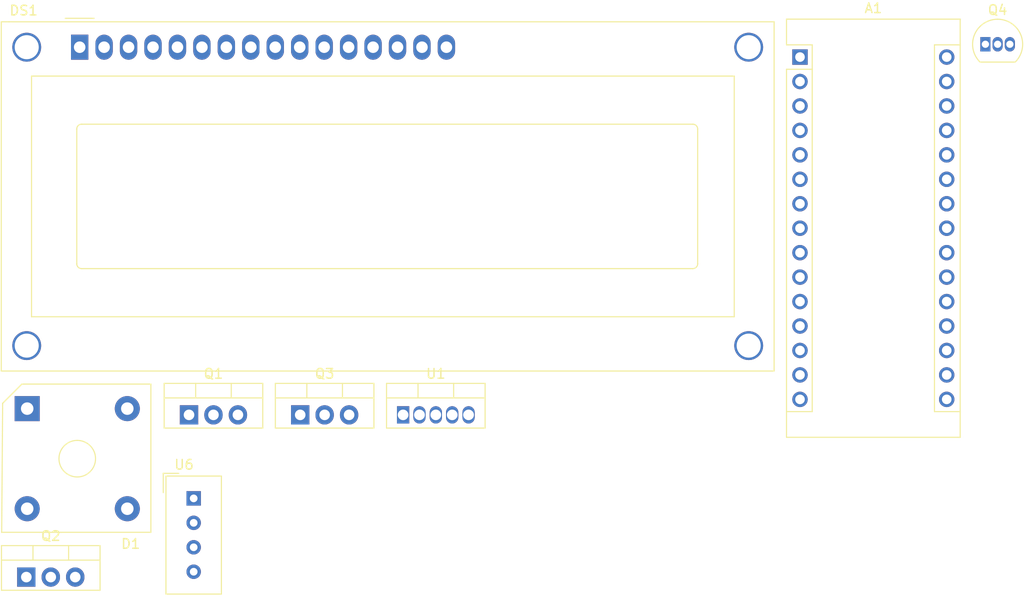
<source format=kicad_pcb>
(kicad_pcb (version 20171130) (host pcbnew "(5.1.10)-1")

  (general
    (thickness 1.6)
    (drawings 0)
    (tracks 0)
    (zones 0)
    (modules 9)
    (nets 55)
  )

  (page A4)
  (layers
    (0 F.Cu signal)
    (31 B.Cu signal)
    (32 B.Adhes user)
    (33 F.Adhes user)
    (34 B.Paste user)
    (35 F.Paste user)
    (36 B.SilkS user)
    (37 F.SilkS user)
    (38 B.Mask user)
    (39 F.Mask user)
    (40 Dwgs.User user)
    (41 Cmts.User user)
    (42 Eco1.User user)
    (43 Eco2.User user)
    (44 Edge.Cuts user)
    (45 Margin user)
    (46 B.CrtYd user)
    (47 F.CrtYd user)
    (48 B.Fab user)
    (49 F.Fab user)
  )

  (setup
    (last_trace_width 0.25)
    (trace_clearance 0.2)
    (zone_clearance 0.508)
    (zone_45_only no)
    (trace_min 0.2)
    (via_size 0.8)
    (via_drill 0.4)
    (via_min_size 0.4)
    (via_min_drill 0.3)
    (uvia_size 0.3)
    (uvia_drill 0.1)
    (uvias_allowed no)
    (uvia_min_size 0.2)
    (uvia_min_drill 0.1)
    (edge_width 0.05)
    (segment_width 0.2)
    (pcb_text_width 0.3)
    (pcb_text_size 1.5 1.5)
    (mod_edge_width 0.12)
    (mod_text_size 1 1)
    (mod_text_width 0.15)
    (pad_size 1.524 1.524)
    (pad_drill 0.762)
    (pad_to_mask_clearance 0)
    (aux_axis_origin 0 0)
    (visible_elements FFFFFF7F)
    (pcbplotparams
      (layerselection 0x010fc_ffffffff)
      (usegerberextensions false)
      (usegerberattributes true)
      (usegerberadvancedattributes true)
      (creategerberjobfile true)
      (excludeedgelayer true)
      (linewidth 0.100000)
      (plotframeref false)
      (viasonmask false)
      (mode 1)
      (useauxorigin false)
      (hpglpennumber 1)
      (hpglpenspeed 20)
      (hpglpendiameter 15.000000)
      (psnegative false)
      (psa4output false)
      (plotreference true)
      (plotvalue true)
      (plotinvisibletext false)
      (padsonsilk false)
      (subtractmaskfromsilk false)
      (outputformat 1)
      (mirror false)
      (drillshape 1)
      (scaleselection 1)
      (outputdirectory ""))
  )

  (net 0 "")
  (net 1 "Net-(A1-Pad1)")
  (net 2 "Net-(A1-Pad17)")
  (net 3 "Net-(A1-Pad2)")
  (net 4 "Net-(A1-Pad18)")
  (net 5 "Net-(A1-Pad3)")
  (net 6 "Net-(A1-Pad19)")
  (net 7 GND)
  (net 8 "Net-(A1-Pad20)")
  (net 9 /DHT)
  (net 10 "Net-(A1-Pad21)")
  (net 11 /FAN)
  (net 12 "Net-(A1-Pad22)")
  (net 13 /HEAT)
  (net 14 SDA)
  (net 15 /COOL)
  (net 16 SCL)
  (net 17 /SW_UP)
  (net 18 "Net-(A1-Pad25)")
  (net 19 /SW_DN)
  (net 20 "Net-(A1-Pad26)")
  (net 21 /SW_LT)
  (net 22 +5V)
  (net 23 /SW_RT)
  (net 24 "Net-(A1-Pad28)")
  (net 25 "Net-(A1-Pad13)")
  (net 26 "Net-(A1-Pad14)")
  (net 27 "Net-(A1-Pad30)")
  (net 28 "Net-(A1-Pad15)")
  (net 29 "Net-(A1-Pad16)")
  (net 30 /C)
  (net 31 +VDC)
  (net 32 /R)
  (net 33 "Net-(DS1-Pad3)")
  (net 34 /RS)
  (net 35 /RW)
  (net 36 /E)
  (net 37 "Net-(DS1-Pad7)")
  (net 38 "Net-(DS1-Pad8)")
  (net 39 "Net-(DS1-Pad9)")
  (net 40 "Net-(DS1-Pad10)")
  (net 41 /D4)
  (net 42 /D5)
  (net 43 /D6)
  (net 44 /D7)
  (net 45 "Net-(DS1-Pad16)")
  (net 46 "Net-(Q1-Pad3)")
  (net 47 /G)
  (net 48 /W)
  (net 49 "Net-(Q2-Pad3)")
  (net 50 /Y)
  (net 51 "Net-(Q3-Pad3)")
  (net 52 "Net-(Q4-Pad2)")
  (net 53 "Net-(D2-Pad1)")
  (net 54 "Net-(U6-Pad3)")

  (net_class Default "This is the default net class."
    (clearance 0.2)
    (trace_width 0.25)
    (via_dia 0.8)
    (via_drill 0.4)
    (uvia_dia 0.3)
    (uvia_drill 0.1)
    (add_net +5V)
    (add_net +VDC)
    (add_net /C)
    (add_net /COOL)
    (add_net /D4)
    (add_net /D5)
    (add_net /D6)
    (add_net /D7)
    (add_net /DHT)
    (add_net /E)
    (add_net /FAN)
    (add_net /G)
    (add_net /HEAT)
    (add_net /R)
    (add_net /RS)
    (add_net /RW)
    (add_net /SW_DN)
    (add_net /SW_LT)
    (add_net /SW_RT)
    (add_net /SW_UP)
    (add_net /W)
    (add_net /Y)
    (add_net GND)
    (add_net "Net-(A1-Pad1)")
    (add_net "Net-(A1-Pad13)")
    (add_net "Net-(A1-Pad14)")
    (add_net "Net-(A1-Pad15)")
    (add_net "Net-(A1-Pad16)")
    (add_net "Net-(A1-Pad17)")
    (add_net "Net-(A1-Pad18)")
    (add_net "Net-(A1-Pad19)")
    (add_net "Net-(A1-Pad2)")
    (add_net "Net-(A1-Pad20)")
    (add_net "Net-(A1-Pad21)")
    (add_net "Net-(A1-Pad22)")
    (add_net "Net-(A1-Pad25)")
    (add_net "Net-(A1-Pad26)")
    (add_net "Net-(A1-Pad28)")
    (add_net "Net-(A1-Pad3)")
    (add_net "Net-(A1-Pad30)")
    (add_net "Net-(D2-Pad1)")
    (add_net "Net-(DS1-Pad10)")
    (add_net "Net-(DS1-Pad16)")
    (add_net "Net-(DS1-Pad3)")
    (add_net "Net-(DS1-Pad7)")
    (add_net "Net-(DS1-Pad8)")
    (add_net "Net-(DS1-Pad9)")
    (add_net "Net-(Q1-Pad3)")
    (add_net "Net-(Q2-Pad3)")
    (add_net "Net-(Q3-Pad3)")
    (add_net "Net-(Q4-Pad2)")
    (add_net "Net-(U6-Pad3)")
    (add_net SCL)
    (add_net SDA)
  )

  (module Module:Arduino_Nano (layer F.Cu) (tedit 58ACAF70) (tstamp 611895A4)
    (at 115.490001 22.500001)
    (descr "Arduino Nano, http://www.mouser.com/pdfdocs/Gravitech_Arduino_Nano3_0.pdf")
    (tags "Arduino Nano")
    (path /6118DE62)
    (fp_text reference A1 (at 7.62 -5.08) (layer F.SilkS)
      (effects (font (size 1 1) (thickness 0.15)))
    )
    (fp_text value Arduino_Nano_v3.x (at 8.89 19.05 90) (layer F.Fab)
      (effects (font (size 1 1) (thickness 0.15)))
    )
    (fp_line (start 16.75 42.16) (end -1.53 42.16) (layer F.CrtYd) (width 0.05))
    (fp_line (start 16.75 42.16) (end 16.75 -4.06) (layer F.CrtYd) (width 0.05))
    (fp_line (start -1.53 -4.06) (end -1.53 42.16) (layer F.CrtYd) (width 0.05))
    (fp_line (start -1.53 -4.06) (end 16.75 -4.06) (layer F.CrtYd) (width 0.05))
    (fp_line (start 16.51 -3.81) (end 16.51 39.37) (layer F.Fab) (width 0.1))
    (fp_line (start 0 -3.81) (end 16.51 -3.81) (layer F.Fab) (width 0.1))
    (fp_line (start -1.27 -2.54) (end 0 -3.81) (layer F.Fab) (width 0.1))
    (fp_line (start -1.27 39.37) (end -1.27 -2.54) (layer F.Fab) (width 0.1))
    (fp_line (start 16.51 39.37) (end -1.27 39.37) (layer F.Fab) (width 0.1))
    (fp_line (start 16.64 -3.94) (end -1.4 -3.94) (layer F.SilkS) (width 0.12))
    (fp_line (start 16.64 39.5) (end 16.64 -3.94) (layer F.SilkS) (width 0.12))
    (fp_line (start -1.4 39.5) (end 16.64 39.5) (layer F.SilkS) (width 0.12))
    (fp_line (start 3.81 41.91) (end 3.81 31.75) (layer F.Fab) (width 0.1))
    (fp_line (start 11.43 41.91) (end 3.81 41.91) (layer F.Fab) (width 0.1))
    (fp_line (start 11.43 31.75) (end 11.43 41.91) (layer F.Fab) (width 0.1))
    (fp_line (start 3.81 31.75) (end 11.43 31.75) (layer F.Fab) (width 0.1))
    (fp_line (start 1.27 36.83) (end -1.4 36.83) (layer F.SilkS) (width 0.12))
    (fp_line (start 1.27 1.27) (end 1.27 36.83) (layer F.SilkS) (width 0.12))
    (fp_line (start 1.27 1.27) (end -1.4 1.27) (layer F.SilkS) (width 0.12))
    (fp_line (start 13.97 36.83) (end 16.64 36.83) (layer F.SilkS) (width 0.12))
    (fp_line (start 13.97 -1.27) (end 13.97 36.83) (layer F.SilkS) (width 0.12))
    (fp_line (start 13.97 -1.27) (end 16.64 -1.27) (layer F.SilkS) (width 0.12))
    (fp_line (start -1.4 -3.94) (end -1.4 -1.27) (layer F.SilkS) (width 0.12))
    (fp_line (start -1.4 1.27) (end -1.4 39.5) (layer F.SilkS) (width 0.12))
    (fp_line (start 1.27 -1.27) (end -1.4 -1.27) (layer F.SilkS) (width 0.12))
    (fp_line (start 1.27 1.27) (end 1.27 -1.27) (layer F.SilkS) (width 0.12))
    (fp_text user %R (at 6.35 19.05 90) (layer F.Fab)
      (effects (font (size 1 1) (thickness 0.15)))
    )
    (pad 1 thru_hole rect (at 0 0) (size 1.6 1.6) (drill 1) (layers *.Cu *.Mask)
      (net 1 "Net-(A1-Pad1)"))
    (pad 17 thru_hole oval (at 15.24 33.02) (size 1.6 1.6) (drill 1) (layers *.Cu *.Mask)
      (net 2 "Net-(A1-Pad17)"))
    (pad 2 thru_hole oval (at 0 2.54) (size 1.6 1.6) (drill 1) (layers *.Cu *.Mask)
      (net 3 "Net-(A1-Pad2)"))
    (pad 18 thru_hole oval (at 15.24 30.48) (size 1.6 1.6) (drill 1) (layers *.Cu *.Mask)
      (net 4 "Net-(A1-Pad18)"))
    (pad 3 thru_hole oval (at 0 5.08) (size 1.6 1.6) (drill 1) (layers *.Cu *.Mask)
      (net 5 "Net-(A1-Pad3)"))
    (pad 19 thru_hole oval (at 15.24 27.94) (size 1.6 1.6) (drill 1) (layers *.Cu *.Mask)
      (net 6 "Net-(A1-Pad19)"))
    (pad 4 thru_hole oval (at 0 7.62) (size 1.6 1.6) (drill 1) (layers *.Cu *.Mask)
      (net 7 GND))
    (pad 20 thru_hole oval (at 15.24 25.4) (size 1.6 1.6) (drill 1) (layers *.Cu *.Mask)
      (net 8 "Net-(A1-Pad20)"))
    (pad 5 thru_hole oval (at 0 10.16) (size 1.6 1.6) (drill 1) (layers *.Cu *.Mask)
      (net 9 /DHT))
    (pad 21 thru_hole oval (at 15.24 22.86) (size 1.6 1.6) (drill 1) (layers *.Cu *.Mask)
      (net 10 "Net-(A1-Pad21)"))
    (pad 6 thru_hole oval (at 0 12.7) (size 1.6 1.6) (drill 1) (layers *.Cu *.Mask)
      (net 11 /FAN))
    (pad 22 thru_hole oval (at 15.24 20.32) (size 1.6 1.6) (drill 1) (layers *.Cu *.Mask)
      (net 12 "Net-(A1-Pad22)"))
    (pad 7 thru_hole oval (at 0 15.24) (size 1.6 1.6) (drill 1) (layers *.Cu *.Mask)
      (net 13 /HEAT))
    (pad 23 thru_hole oval (at 15.24 17.78) (size 1.6 1.6) (drill 1) (layers *.Cu *.Mask)
      (net 14 SDA))
    (pad 8 thru_hole oval (at 0 17.78) (size 1.6 1.6) (drill 1) (layers *.Cu *.Mask)
      (net 15 /COOL))
    (pad 24 thru_hole oval (at 15.24 15.24) (size 1.6 1.6) (drill 1) (layers *.Cu *.Mask)
      (net 16 SCL))
    (pad 9 thru_hole oval (at 0 20.32) (size 1.6 1.6) (drill 1) (layers *.Cu *.Mask)
      (net 17 /SW_UP))
    (pad 25 thru_hole oval (at 15.24 12.7) (size 1.6 1.6) (drill 1) (layers *.Cu *.Mask)
      (net 18 "Net-(A1-Pad25)"))
    (pad 10 thru_hole oval (at 0 22.86) (size 1.6 1.6) (drill 1) (layers *.Cu *.Mask)
      (net 19 /SW_DN))
    (pad 26 thru_hole oval (at 15.24 10.16) (size 1.6 1.6) (drill 1) (layers *.Cu *.Mask)
      (net 20 "Net-(A1-Pad26)"))
    (pad 11 thru_hole oval (at 0 25.4) (size 1.6 1.6) (drill 1) (layers *.Cu *.Mask)
      (net 21 /SW_LT))
    (pad 27 thru_hole oval (at 15.24 7.62) (size 1.6 1.6) (drill 1) (layers *.Cu *.Mask)
      (net 22 +5V))
    (pad 12 thru_hole oval (at 0 27.94) (size 1.6 1.6) (drill 1) (layers *.Cu *.Mask)
      (net 23 /SW_RT))
    (pad 28 thru_hole oval (at 15.24 5.08) (size 1.6 1.6) (drill 1) (layers *.Cu *.Mask)
      (net 24 "Net-(A1-Pad28)"))
    (pad 13 thru_hole oval (at 0 30.48) (size 1.6 1.6) (drill 1) (layers *.Cu *.Mask)
      (net 25 "Net-(A1-Pad13)"))
    (pad 29 thru_hole oval (at 15.24 2.54) (size 1.6 1.6) (drill 1) (layers *.Cu *.Mask)
      (net 7 GND))
    (pad 14 thru_hole oval (at 0 33.02) (size 1.6 1.6) (drill 1) (layers *.Cu *.Mask)
      (net 26 "Net-(A1-Pad14)"))
    (pad 30 thru_hole oval (at 15.24 0) (size 1.6 1.6) (drill 1) (layers *.Cu *.Mask)
      (net 27 "Net-(A1-Pad30)"))
    (pad 15 thru_hole oval (at 0 35.56) (size 1.6 1.6) (drill 1) (layers *.Cu *.Mask)
      (net 28 "Net-(A1-Pad15)"))
    (pad 16 thru_hole oval (at 15.24 35.56) (size 1.6 1.6) (drill 1) (layers *.Cu *.Mask)
      (net 29 "Net-(A1-Pad16)"))
    (model ${KISYS3DMOD}/Module.3dshapes/Arduino_Nano_WithMountingHoles.wrl
      (at (xyz 0 0 0))
      (scale (xyz 1 1 1))
      (rotate (xyz 0 0 0))
    )
  )

  (module Diode_THT:Diode_Bridge_Vishay_KBPC6 (layer F.Cu) (tedit 5A638B70) (tstamp 611895BD)
    (at 35.210001 59.020001)
    (descr "Single phase bridge rectifier case KBPC6, see http://www.vishay.com/docs/93585/vs-kbpc1series.pdf")
    (tags "Diode Bridge")
    (path /6117A94D)
    (fp_text reference D1 (at 10.75 14.05 180) (layer F.SilkS)
      (effects (font (size 1 1) (thickness 0.15)))
    )
    (fp_text value VS-KBPC802 (at 6 -3.7 180) (layer F.Fab)
      (effects (font (size 1 1) (thickness 0.15)))
    )
    (fp_line (start -2.5 -0.5) (end -0.5 -2.5) (layer F.Fab) (width 0.12))
    (fp_line (start -0.5 -2.5) (end 12.8 -2.5) (layer F.Fab) (width 0.12))
    (fp_line (start 12.8 -2.5) (end 12.8 12.8) (layer F.Fab) (width 0.12))
    (fp_line (start 12.8 12.8) (end -2.55 12.8) (layer F.Fab) (width 0.12))
    (fp_line (start -2.55 12.8) (end -2.5 -0.5) (layer F.Fab) (width 0.12))
    (fp_line (start 12.85 -2.55) (end -0.55 -2.55) (layer F.SilkS) (width 0.12))
    (fp_line (start -0.55 -2.55) (end -2.55 -0.55) (layer F.SilkS) (width 0.12))
    (fp_line (start -2.55 -0.55) (end -2.65 12.85) (layer F.SilkS) (width 0.12))
    (fp_line (start -2.65 12.85) (end 12.85 12.85) (layer F.SilkS) (width 0.12))
    (fp_line (start 12.85 12.85) (end 12.85 -2.55) (layer F.SilkS) (width 0.12))
    (fp_line (start 13.05 -2.75) (end 13.05 13.05) (layer F.CrtYd) (width 0.05))
    (fp_line (start 13.05 13.05) (end -2.8 13.05) (layer F.CrtYd) (width 0.05))
    (fp_line (start -2.8 13.05) (end -2.75 -0.65) (layer F.CrtYd) (width 0.05))
    (fp_line (start -2.75 -0.65) (end -0.65 -2.75) (layer F.CrtYd) (width 0.05))
    (fp_line (start -0.65 -2.75) (end 13.05 -2.75) (layer F.CrtYd) (width 0.05))
    (fp_circle (center 5.2 5.2) (end 5.2 7.1) (layer F.SilkS) (width 0.12))
    (fp_text user %R (at 5.2 5.415 180) (layer F.Fab)
      (effects (font (size 1 1) (thickness 0.15)))
    )
    (pad 3 thru_hole circle (at 10.4 10.4) (size 2.6 2.6) (drill 1.3) (layers *.Cu *.Mask)
      (net 7 GND))
    (pad 4 thru_hole circle (at 10.4 0) (size 2.6 2.6) (drill 1.3) (layers *.Cu *.Mask)
      (net 30 /C))
    (pad 1 thru_hole rect (at 0 0) (size 2.6 2.6) (drill 1.3) (layers *.Cu *.Mask)
      (net 31 +VDC))
    (pad 2 thru_hole circle (at 0 10.4) (size 2.6 2.6) (drill 1.3) (layers *.Cu *.Mask)
      (net 32 /R))
    (model ${KISYS3DMOD}/Diode_THT.3dshapes/Diode_Bridge_Vishay_KBPC6.wrl
      (at (xyz 0 0 0))
      (scale (xyz 1 1 1))
      (rotate (xyz 0 0 0))
    )
  )

  (module Display:WC1602A (layer F.Cu) (tedit 5A02FE80) (tstamp 611895F3)
    (at 40.660001 21.475001)
    (descr "LCD 16x2 http://www.wincomlcd.com/pdf/WC1602A-SFYLYHTC06.pdf")
    (tags "LCD 16x2 Alphanumeric 16pin")
    (path /61193DC1)
    (fp_text reference DS1 (at -5.82 -3.81) (layer F.SilkS)
      (effects (font (size 1 1) (thickness 0.15)))
    )
    (fp_text value WC1602A (at -4.31 34.66) (layer F.Fab)
      (effects (font (size 1 1) (thickness 0.15)))
    )
    (fp_line (start -8 33.5) (end -8 -2.5) (layer F.Fab) (width 0.1))
    (fp_line (start 72 33.5) (end -8 33.5) (layer F.Fab) (width 0.1))
    (fp_line (start 72 -2.5) (end 72 33.5) (layer F.Fab) (width 0.1))
    (fp_line (start 1 -2.5) (end 72 -2.5) (layer F.Fab) (width 0.1))
    (fp_line (start -5 28) (end -5 3) (layer F.SilkS) (width 0.12))
    (fp_line (start 68 28) (end -5 28) (layer F.SilkS) (width 0.12))
    (fp_line (start 68 3) (end 68 28) (layer F.SilkS) (width 0.12))
    (fp_line (start -5 3) (end 68 3) (layer F.SilkS) (width 0.12))
    (fp_line (start 64.2 8.5) (end 64.2 22.5) (layer F.SilkS) (width 0.12))
    (fp_line (start 63.70066 23) (end 0.2 23) (layer F.SilkS) (width 0.12))
    (fp_line (start -0.29972 22.49932) (end -0.29972 8.5) (layer F.SilkS) (width 0.12))
    (fp_line (start 0.2 8) (end 63.7 8) (layer F.SilkS) (width 0.12))
    (fp_line (start -1 -2.5) (end -8 -2.5) (layer F.Fab) (width 0.1))
    (fp_line (start 0 -1.5) (end -1 -2.5) (layer F.Fab) (width 0.1))
    (fp_line (start 1 -2.5) (end 0 -1.5) (layer F.Fab) (width 0.1))
    (fp_line (start -8.25 -2.75) (end 72.25 -2.75) (layer F.CrtYd) (width 0.05))
    (fp_line (start -1.5 -3) (end 1.5 -3) (layer F.SilkS) (width 0.12))
    (fp_line (start 72.25 -2.75) (end 72.25 33.75) (layer F.CrtYd) (width 0.05))
    (fp_line (start -8.25 33.75) (end 72.25 33.75) (layer F.CrtYd) (width 0.05))
    (fp_line (start -8.25 -2.75) (end -8.25 33.75) (layer F.CrtYd) (width 0.05))
    (fp_line (start -8.13 -2.64) (end -7.34 -2.64) (layer F.SilkS) (width 0.12))
    (fp_line (start -8.14 -2.64) (end -8.14 33.64) (layer F.SilkS) (width 0.12))
    (fp_line (start 72.14 -2.64) (end -7.34 -2.64) (layer F.SilkS) (width 0.12))
    (fp_line (start 72.14 33.64) (end 72.14 -2.64) (layer F.SilkS) (width 0.12))
    (fp_line (start -8.14 33.64) (end 72.14 33.64) (layer F.SilkS) (width 0.12))
    (fp_text user %R (at 30.37 14.74) (layer F.Fab)
      (effects (font (size 1 1) (thickness 0.1)))
    )
    (fp_arc (start 63.7 8.5) (end 63.7 8) (angle 90) (layer F.SilkS) (width 0.12))
    (fp_arc (start 63.70066 22.49932) (end 64.20104 22.49932) (angle 90) (layer F.SilkS) (width 0.12))
    (fp_arc (start 0.20066 22.49932) (end 0.20066 22.9997) (angle 90) (layer F.SilkS) (width 0.12))
    (fp_arc (start 0.20066 8.49884) (end -0.29972 8.49884) (angle 90) (layer F.SilkS) (width 0.12))
    (pad 1 thru_hole rect (at 0 0) (size 1.8 2.6) (drill 1.2) (layers *.Cu *.Mask)
      (net 7 GND))
    (pad 2 thru_hole oval (at 2.54 0) (size 1.8 2.6) (drill 1.2) (layers *.Cu *.Mask)
      (net 22 +5V))
    (pad 3 thru_hole oval (at 5.08 0) (size 1.8 2.6) (drill 1.2) (layers *.Cu *.Mask)
      (net 33 "Net-(DS1-Pad3)"))
    (pad 4 thru_hole oval (at 7.62 0) (size 1.8 2.6) (drill 1.2) (layers *.Cu *.Mask)
      (net 34 /RS))
    (pad 5 thru_hole oval (at 10.16 0) (size 1.8 2.6) (drill 1.2) (layers *.Cu *.Mask)
      (net 35 /RW))
    (pad 6 thru_hole oval (at 12.7 0) (size 1.8 2.6) (drill 1.2) (layers *.Cu *.Mask)
      (net 36 /E))
    (pad 7 thru_hole oval (at 15.24 0) (size 1.8 2.6) (drill 1.2) (layers *.Cu *.Mask)
      (net 37 "Net-(DS1-Pad7)"))
    (pad 8 thru_hole oval (at 17.78 0) (size 1.8 2.6) (drill 1.2) (layers *.Cu *.Mask)
      (net 38 "Net-(DS1-Pad8)"))
    (pad 9 thru_hole oval (at 20.32 0) (size 1.8 2.6) (drill 1.2) (layers *.Cu *.Mask)
      (net 39 "Net-(DS1-Pad9)"))
    (pad 10 thru_hole oval (at 22.86 0) (size 1.8 2.6) (drill 1.2) (layers *.Cu *.Mask)
      (net 40 "Net-(DS1-Pad10)"))
    (pad 11 thru_hole oval (at 25.4 0) (size 1.8 2.6) (drill 1.2) (layers *.Cu *.Mask)
      (net 41 /D4))
    (pad 12 thru_hole oval (at 27.94 0) (size 1.8 2.6) (drill 1.2) (layers *.Cu *.Mask)
      (net 42 /D5))
    (pad 13 thru_hole oval (at 30.48 0) (size 1.8 2.6) (drill 1.2) (layers *.Cu *.Mask)
      (net 43 /D6))
    (pad 14 thru_hole oval (at 33.02 0) (size 1.8 2.6) (drill 1.2) (layers *.Cu *.Mask)
      (net 44 /D7))
    (pad 15 thru_hole oval (at 35.56 0) (size 1.8 2.6) (drill 1.2) (layers *.Cu *.Mask)
      (net 22 +5V))
    (pad 16 thru_hole oval (at 38.1 0) (size 1.8 2.6) (drill 1.2) (layers *.Cu *.Mask)
      (net 45 "Net-(DS1-Pad16)"))
    (pad "" thru_hole circle (at -5.4991 0) (size 3 3) (drill 2.5) (layers *.Cu *.Mask))
    (pad "" thru_hole circle (at -5.4991 31.0007) (size 3 3) (drill 2.5) (layers *.Cu *.Mask))
    (pad "" thru_hole circle (at 69.49948 31.0007) (size 3 3) (drill 2.5) (layers *.Cu *.Mask))
    (pad "" thru_hole circle (at 69.5 0) (size 3 3) (drill 2.5) (layers *.Cu *.Mask))
    (model ${KISYS3DMOD}/Display.3dshapes/WC1602A.wrl
      (at (xyz 0 0 0))
      (scale (xyz 1 1 1))
      (rotate (xyz 0 0 0))
    )
  )

  (module Package_TO_SOT_THT:TO-220-3_Vertical (layer F.Cu) (tedit 5AC8BA0D) (tstamp 6118960D)
    (at 52.020001 59.670001)
    (descr "TO-220-3, Vertical, RM 2.54mm, see https://www.vishay.com/docs/66542/to-220-1.pdf")
    (tags "TO-220-3 Vertical RM 2.54mm")
    (path /61267A95)
    (fp_text reference Q1 (at 2.54 -4.27) (layer F.SilkS)
      (effects (font (size 1 1) (thickness 0.15)))
    )
    (fp_text value BT138-600 (at 2.54 2.5) (layer F.Fab)
      (effects (font (size 1 1) (thickness 0.15)))
    )
    (fp_text user %R (at 2.54 -4.27) (layer F.Fab)
      (effects (font (size 1 1) (thickness 0.15)))
    )
    (fp_line (start -2.46 -3.15) (end -2.46 1.25) (layer F.Fab) (width 0.1))
    (fp_line (start -2.46 1.25) (end 7.54 1.25) (layer F.Fab) (width 0.1))
    (fp_line (start 7.54 1.25) (end 7.54 -3.15) (layer F.Fab) (width 0.1))
    (fp_line (start 7.54 -3.15) (end -2.46 -3.15) (layer F.Fab) (width 0.1))
    (fp_line (start -2.46 -1.88) (end 7.54 -1.88) (layer F.Fab) (width 0.1))
    (fp_line (start 0.69 -3.15) (end 0.69 -1.88) (layer F.Fab) (width 0.1))
    (fp_line (start 4.39 -3.15) (end 4.39 -1.88) (layer F.Fab) (width 0.1))
    (fp_line (start -2.58 -3.27) (end 7.66 -3.27) (layer F.SilkS) (width 0.12))
    (fp_line (start -2.58 1.371) (end 7.66 1.371) (layer F.SilkS) (width 0.12))
    (fp_line (start -2.58 -3.27) (end -2.58 1.371) (layer F.SilkS) (width 0.12))
    (fp_line (start 7.66 -3.27) (end 7.66 1.371) (layer F.SilkS) (width 0.12))
    (fp_line (start -2.58 -1.76) (end 7.66 -1.76) (layer F.SilkS) (width 0.12))
    (fp_line (start 0.69 -3.27) (end 0.69 -1.76) (layer F.SilkS) (width 0.12))
    (fp_line (start 4.391 -3.27) (end 4.391 -1.76) (layer F.SilkS) (width 0.12))
    (fp_line (start -2.71 -3.4) (end -2.71 1.51) (layer F.CrtYd) (width 0.05))
    (fp_line (start -2.71 1.51) (end 7.79 1.51) (layer F.CrtYd) (width 0.05))
    (fp_line (start 7.79 1.51) (end 7.79 -3.4) (layer F.CrtYd) (width 0.05))
    (fp_line (start 7.79 -3.4) (end -2.71 -3.4) (layer F.CrtYd) (width 0.05))
    (pad 3 thru_hole oval (at 5.08 0) (size 1.905 2) (drill 1.1) (layers *.Cu *.Mask)
      (net 46 "Net-(Q1-Pad3)"))
    (pad 2 thru_hole oval (at 2.54 0) (size 1.905 2) (drill 1.1) (layers *.Cu *.Mask)
      (net 47 /G))
    (pad 1 thru_hole rect (at 0 0) (size 1.905 2) (drill 1.1) (layers *.Cu *.Mask)
      (net 32 /R))
    (model ${KISYS3DMOD}/Package_TO_SOT_THT.3dshapes/TO-220-3_Vertical.wrl
      (at (xyz 0 0 0))
      (scale (xyz 1 1 1))
      (rotate (xyz 0 0 0))
    )
  )

  (module Package_TO_SOT_THT:TO-220-3_Vertical (layer F.Cu) (tedit 5AC8BA0D) (tstamp 61189627)
    (at 35.120001 76.520001)
    (descr "TO-220-3, Vertical, RM 2.54mm, see https://www.vishay.com/docs/66542/to-220-1.pdf")
    (tags "TO-220-3 Vertical RM 2.54mm")
    (path /61260B5F)
    (fp_text reference Q2 (at 2.54 -4.27) (layer F.SilkS)
      (effects (font (size 1 1) (thickness 0.15)))
    )
    (fp_text value BT138-600 (at 2.54 2.5) (layer F.Fab)
      (effects (font (size 1 1) (thickness 0.15)))
    )
    (fp_line (start 7.79 -3.4) (end -2.71 -3.4) (layer F.CrtYd) (width 0.05))
    (fp_line (start 7.79 1.51) (end 7.79 -3.4) (layer F.CrtYd) (width 0.05))
    (fp_line (start -2.71 1.51) (end 7.79 1.51) (layer F.CrtYd) (width 0.05))
    (fp_line (start -2.71 -3.4) (end -2.71 1.51) (layer F.CrtYd) (width 0.05))
    (fp_line (start 4.391 -3.27) (end 4.391 -1.76) (layer F.SilkS) (width 0.12))
    (fp_line (start 0.69 -3.27) (end 0.69 -1.76) (layer F.SilkS) (width 0.12))
    (fp_line (start -2.58 -1.76) (end 7.66 -1.76) (layer F.SilkS) (width 0.12))
    (fp_line (start 7.66 -3.27) (end 7.66 1.371) (layer F.SilkS) (width 0.12))
    (fp_line (start -2.58 -3.27) (end -2.58 1.371) (layer F.SilkS) (width 0.12))
    (fp_line (start -2.58 1.371) (end 7.66 1.371) (layer F.SilkS) (width 0.12))
    (fp_line (start -2.58 -3.27) (end 7.66 -3.27) (layer F.SilkS) (width 0.12))
    (fp_line (start 4.39 -3.15) (end 4.39 -1.88) (layer F.Fab) (width 0.1))
    (fp_line (start 0.69 -3.15) (end 0.69 -1.88) (layer F.Fab) (width 0.1))
    (fp_line (start -2.46 -1.88) (end 7.54 -1.88) (layer F.Fab) (width 0.1))
    (fp_line (start 7.54 -3.15) (end -2.46 -3.15) (layer F.Fab) (width 0.1))
    (fp_line (start 7.54 1.25) (end 7.54 -3.15) (layer F.Fab) (width 0.1))
    (fp_line (start -2.46 1.25) (end 7.54 1.25) (layer F.Fab) (width 0.1))
    (fp_line (start -2.46 -3.15) (end -2.46 1.25) (layer F.Fab) (width 0.1))
    (fp_text user %R (at 2.54 -4.27) (layer F.Fab)
      (effects (font (size 1 1) (thickness 0.15)))
    )
    (pad 1 thru_hole rect (at 0 0) (size 1.905 2) (drill 1.1) (layers *.Cu *.Mask)
      (net 32 /R))
    (pad 2 thru_hole oval (at 2.54 0) (size 1.905 2) (drill 1.1) (layers *.Cu *.Mask)
      (net 48 /W))
    (pad 3 thru_hole oval (at 5.08 0) (size 1.905 2) (drill 1.1) (layers *.Cu *.Mask)
      (net 49 "Net-(Q2-Pad3)"))
    (model ${KISYS3DMOD}/Package_TO_SOT_THT.3dshapes/TO-220-3_Vertical.wrl
      (at (xyz 0 0 0))
      (scale (xyz 1 1 1))
      (rotate (xyz 0 0 0))
    )
  )

  (module Package_TO_SOT_THT:TO-220-3_Vertical (layer F.Cu) (tedit 5AC8BA0D) (tstamp 61189641)
    (at 63.570001 59.670001)
    (descr "TO-220-3, Vertical, RM 2.54mm, see https://www.vishay.com/docs/66542/to-220-1.pdf")
    (tags "TO-220-3 Vertical RM 2.54mm")
    (path /611D9241)
    (fp_text reference Q3 (at 2.54 -4.27) (layer F.SilkS)
      (effects (font (size 1 1) (thickness 0.15)))
    )
    (fp_text value BT138-600 (at 2.54 2.5) (layer F.Fab)
      (effects (font (size 1 1) (thickness 0.15)))
    )
    (fp_line (start 7.79 -3.4) (end -2.71 -3.4) (layer F.CrtYd) (width 0.05))
    (fp_line (start 7.79 1.51) (end 7.79 -3.4) (layer F.CrtYd) (width 0.05))
    (fp_line (start -2.71 1.51) (end 7.79 1.51) (layer F.CrtYd) (width 0.05))
    (fp_line (start -2.71 -3.4) (end -2.71 1.51) (layer F.CrtYd) (width 0.05))
    (fp_line (start 4.391 -3.27) (end 4.391 -1.76) (layer F.SilkS) (width 0.12))
    (fp_line (start 0.69 -3.27) (end 0.69 -1.76) (layer F.SilkS) (width 0.12))
    (fp_line (start -2.58 -1.76) (end 7.66 -1.76) (layer F.SilkS) (width 0.12))
    (fp_line (start 7.66 -3.27) (end 7.66 1.371) (layer F.SilkS) (width 0.12))
    (fp_line (start -2.58 -3.27) (end -2.58 1.371) (layer F.SilkS) (width 0.12))
    (fp_line (start -2.58 1.371) (end 7.66 1.371) (layer F.SilkS) (width 0.12))
    (fp_line (start -2.58 -3.27) (end 7.66 -3.27) (layer F.SilkS) (width 0.12))
    (fp_line (start 4.39 -3.15) (end 4.39 -1.88) (layer F.Fab) (width 0.1))
    (fp_line (start 0.69 -3.15) (end 0.69 -1.88) (layer F.Fab) (width 0.1))
    (fp_line (start -2.46 -1.88) (end 7.54 -1.88) (layer F.Fab) (width 0.1))
    (fp_line (start 7.54 -3.15) (end -2.46 -3.15) (layer F.Fab) (width 0.1))
    (fp_line (start 7.54 1.25) (end 7.54 -3.15) (layer F.Fab) (width 0.1))
    (fp_line (start -2.46 1.25) (end 7.54 1.25) (layer F.Fab) (width 0.1))
    (fp_line (start -2.46 -3.15) (end -2.46 1.25) (layer F.Fab) (width 0.1))
    (fp_text user %R (at 2.54 -4.27) (layer F.Fab)
      (effects (font (size 1 1) (thickness 0.15)))
    )
    (pad 1 thru_hole rect (at 0 0) (size 1.905 2) (drill 1.1) (layers *.Cu *.Mask)
      (net 32 /R))
    (pad 2 thru_hole oval (at 2.54 0) (size 1.905 2) (drill 1.1) (layers *.Cu *.Mask)
      (net 50 /Y))
    (pad 3 thru_hole oval (at 5.08 0) (size 1.905 2) (drill 1.1) (layers *.Cu *.Mask)
      (net 51 "Net-(Q3-Pad3)"))
    (model ${KISYS3DMOD}/Package_TO_SOT_THT.3dshapes/TO-220-3_Vertical.wrl
      (at (xyz 0 0 0))
      (scale (xyz 1 1 1))
      (rotate (xyz 0 0 0))
    )
  )

  (module Package_TO_SOT_THT:TO-92_Inline (layer F.Cu) (tedit 5A1DD157) (tstamp 61189653)
    (at 134.750001 21.170001)
    (descr "TO-92 leads in-line, narrow, oval pads, drill 0.75mm (see NXP sot054_po.pdf)")
    (tags "to-92 sc-43 sc-43a sot54 PA33 transistor")
    (path /61198173)
    (fp_text reference Q4 (at 1.27 -3.56) (layer F.SilkS)
      (effects (font (size 1 1) (thickness 0.15)))
    )
    (fp_text value S8050 (at 1.27 2.79) (layer F.Fab)
      (effects (font (size 1 1) (thickness 0.15)))
    )
    (fp_line (start 4 2.01) (end -1.46 2.01) (layer F.CrtYd) (width 0.05))
    (fp_line (start 4 2.01) (end 4 -2.73) (layer F.CrtYd) (width 0.05))
    (fp_line (start -1.46 -2.73) (end -1.46 2.01) (layer F.CrtYd) (width 0.05))
    (fp_line (start -1.46 -2.73) (end 4 -2.73) (layer F.CrtYd) (width 0.05))
    (fp_line (start -0.5 1.75) (end 3 1.75) (layer F.Fab) (width 0.1))
    (fp_line (start -0.53 1.85) (end 3.07 1.85) (layer F.SilkS) (width 0.12))
    (fp_text user %R (at 1.27 0) (layer F.Fab)
      (effects (font (size 1 1) (thickness 0.15)))
    )
    (fp_arc (start 1.27 0) (end 1.27 -2.48) (angle 135) (layer F.Fab) (width 0.1))
    (fp_arc (start 1.27 0) (end 1.27 -2.6) (angle -135) (layer F.SilkS) (width 0.12))
    (fp_arc (start 1.27 0) (end 1.27 -2.48) (angle -135) (layer F.Fab) (width 0.1))
    (fp_arc (start 1.27 0) (end 1.27 -2.6) (angle 135) (layer F.SilkS) (width 0.12))
    (pad 2 thru_hole oval (at 1.27 0) (size 1.05 1.5) (drill 0.75) (layers *.Cu *.Mask)
      (net 52 "Net-(Q4-Pad2)"))
    (pad 3 thru_hole oval (at 2.54 0) (size 1.05 1.5) (drill 0.75) (layers *.Cu *.Mask)
      (net 45 "Net-(DS1-Pad16)"))
    (pad 1 thru_hole rect (at 0 0) (size 1.05 1.5) (drill 0.75) (layers *.Cu *.Mask)
      (net 7 GND))
    (model ${KISYS3DMOD}/Package_TO_SOT_THT.3dshapes/TO-92_Inline.wrl
      (at (xyz 0 0 0))
      (scale (xyz 1 1 1))
      (rotate (xyz 0 0 0))
    )
  )

  (module Package_TO_SOT_THT:TO-220-5_Vertical (layer F.Cu) (tedit 5AD11EBF) (tstamp 6118966F)
    (at 74.260001 59.670001)
    (descr "TO-220-5, Vertical, RM 1.7mm, Pentawatt, Multiwatt-5, see http://www.analog.com/media/en/package-pcb-resources/package/pkg_pdf/ltc-legacy-to-220/to-220_5_05-08-1421_straight_lead.pdf")
    (tags "TO-220-5 Vertical RM 1.7mm Pentawatt Multiwatt-5")
    (path /61156E14)
    (fp_text reference U1 (at 3.4 -4.27) (layer F.SilkS)
      (effects (font (size 1 1) (thickness 0.15)))
    )
    (fp_text value LM2575-5.0BT (at 3.4 2.5) (layer F.Fab)
      (effects (font (size 1 1) (thickness 0.15)))
    )
    (fp_line (start 8.65 -3.4) (end -1.85 -3.4) (layer F.CrtYd) (width 0.05))
    (fp_line (start 8.65 1.51) (end 8.65 -3.4) (layer F.CrtYd) (width 0.05))
    (fp_line (start -1.85 1.51) (end 8.65 1.51) (layer F.CrtYd) (width 0.05))
    (fp_line (start -1.85 -3.4) (end -1.85 1.51) (layer F.CrtYd) (width 0.05))
    (fp_line (start 5.25 -3.27) (end 5.25 -1.76) (layer F.SilkS) (width 0.12))
    (fp_line (start 1.55 -3.27) (end 1.55 -1.76) (layer F.SilkS) (width 0.12))
    (fp_line (start -1.721 -1.76) (end 8.52 -1.76) (layer F.SilkS) (width 0.12))
    (fp_line (start 8.52 -3.27) (end 8.52 1.371) (layer F.SilkS) (width 0.12))
    (fp_line (start -1.721 -3.27) (end -1.721 1.371) (layer F.SilkS) (width 0.12))
    (fp_line (start -1.721 1.371) (end 8.52 1.371) (layer F.SilkS) (width 0.12))
    (fp_line (start -1.721 -3.27) (end 8.52 -3.27) (layer F.SilkS) (width 0.12))
    (fp_line (start 5.25 -3.15) (end 5.25 -1.88) (layer F.Fab) (width 0.1))
    (fp_line (start 1.55 -3.15) (end 1.55 -1.88) (layer F.Fab) (width 0.1))
    (fp_line (start -1.6 -1.88) (end 8.4 -1.88) (layer F.Fab) (width 0.1))
    (fp_line (start 8.4 -3.15) (end -1.6 -3.15) (layer F.Fab) (width 0.1))
    (fp_line (start 8.4 1.25) (end 8.4 -3.15) (layer F.Fab) (width 0.1))
    (fp_line (start -1.6 1.25) (end 8.4 1.25) (layer F.Fab) (width 0.1))
    (fp_line (start -1.6 -3.15) (end -1.6 1.25) (layer F.Fab) (width 0.1))
    (fp_text user %R (at 3.4 -4.27) (layer F.Fab)
      (effects (font (size 1 1) (thickness 0.15)))
    )
    (pad 1 thru_hole rect (at 0 0) (size 1.275 1.8) (drill 1.1) (layers *.Cu *.Mask)
      (net 31 +VDC))
    (pad 2 thru_hole oval (at 1.7 0) (size 1.275 1.8) (drill 1.1) (layers *.Cu *.Mask)
      (net 53 "Net-(D2-Pad1)"))
    (pad 3 thru_hole oval (at 3.4 0) (size 1.275 1.8) (drill 1.1) (layers *.Cu *.Mask)
      (net 7 GND))
    (pad 4 thru_hole oval (at 5.1 0) (size 1.275 1.8) (drill 1.1) (layers *.Cu *.Mask)
      (net 22 +5V))
    (pad 5 thru_hole oval (at 6.8 0) (size 1.275 1.8) (drill 1.1) (layers *.Cu *.Mask)
      (net 7 GND))
    (model ${KISYS3DMOD}/Package_TO_SOT_THT.3dshapes/TO-220-5_Vertical.wrl
      (at (xyz 0 0 0))
      (scale (xyz 1 1 1))
      (rotate (xyz 0 0 0))
    )
  )

  (module Sensor:Aosong_DHT11_5.5x12.0_P2.54mm (layer F.Cu) (tedit 5C4B60CF) (tstamp 61189687)
    (at 52.505001 68.345001)
    (descr "Temperature and humidity module, http://akizukidenshi.com/download/ds/aosong/DHT11.pdf")
    (tags "Temperature and humidity module")
    (path /611B2F78)
    (fp_text reference U6 (at -1 -3.5) (layer F.SilkS)
      (effects (font (size 1 1) (thickness 0.15)))
    )
    (fp_text value DHT11 (at 0 11.3) (layer F.Fab)
      (effects (font (size 1 1) (thickness 0.15)))
    )
    (fp_line (start -3.16 -2.6) (end -1.55 -2.6) (layer F.SilkS) (width 0.12))
    (fp_line (start -3.16 -2.6) (end -3.16 -0.6) (layer F.SilkS) (width 0.12))
    (fp_line (start -2.75 -1.19) (end -1.75 -2.19) (layer F.Fab) (width 0.1))
    (fp_line (start -3 10.06) (end -3 -2.44) (layer F.CrtYd) (width 0.05))
    (fp_line (start 3 10.06) (end -3 10.06) (layer F.CrtYd) (width 0.05))
    (fp_line (start 3 -2.44) (end 3 10.06) (layer F.CrtYd) (width 0.05))
    (fp_line (start -3 -2.44) (end 3 -2.44) (layer F.CrtYd) (width 0.05))
    (fp_line (start -2.88 9.94) (end -2.88 -2.31) (layer F.SilkS) (width 0.12))
    (fp_line (start 2.88 9.94) (end -2.88 9.94) (layer F.SilkS) (width 0.12))
    (fp_line (start 2.88 -2.32) (end 2.88 9.94) (layer F.SilkS) (width 0.12))
    (fp_line (start -2.87 -2.32) (end 2.87 -2.32) (layer F.SilkS) (width 0.12))
    (fp_line (start -2.75 -1.19) (end -2.75 9.81) (layer F.Fab) (width 0.1))
    (fp_line (start 2.75 9.81) (end -2.75 9.81) (layer F.Fab) (width 0.1))
    (fp_line (start 2.75 -2.19) (end 2.75 9.81) (layer F.Fab) (width 0.1))
    (fp_line (start -1.75 -2.19) (end 2.75 -2.19) (layer F.Fab) (width 0.1))
    (fp_text user %R (at 0 3.81) (layer F.Fab)
      (effects (font (size 1 1) (thickness 0.15)))
    )
    (pad 1 thru_hole rect (at 0 0) (size 1.5 1.5) (drill 0.8) (layers *.Cu *.Mask)
      (net 22 +5V))
    (pad 2 thru_hole circle (at 0 2.54) (size 1.5 1.5) (drill 0.8) (layers *.Cu *.Mask)
      (net 9 /DHT))
    (pad 3 thru_hole circle (at 0 5.08) (size 1.5 1.5) (drill 0.8) (layers *.Cu *.Mask)
      (net 54 "Net-(U6-Pad3)"))
    (pad 4 thru_hole circle (at 0 7.62) (size 1.5 1.5) (drill 0.8) (layers *.Cu *.Mask)
      (net 7 GND))
    (model ${KISYS3DMOD}/Sensor.3dshapes/Aosong_DHT11_5.5x12.0_P2.54mm.wrl
      (at (xyz 0 0 0))
      (scale (xyz 1 1 1))
      (rotate (xyz 0 0 0))
    )
  )

)

</source>
